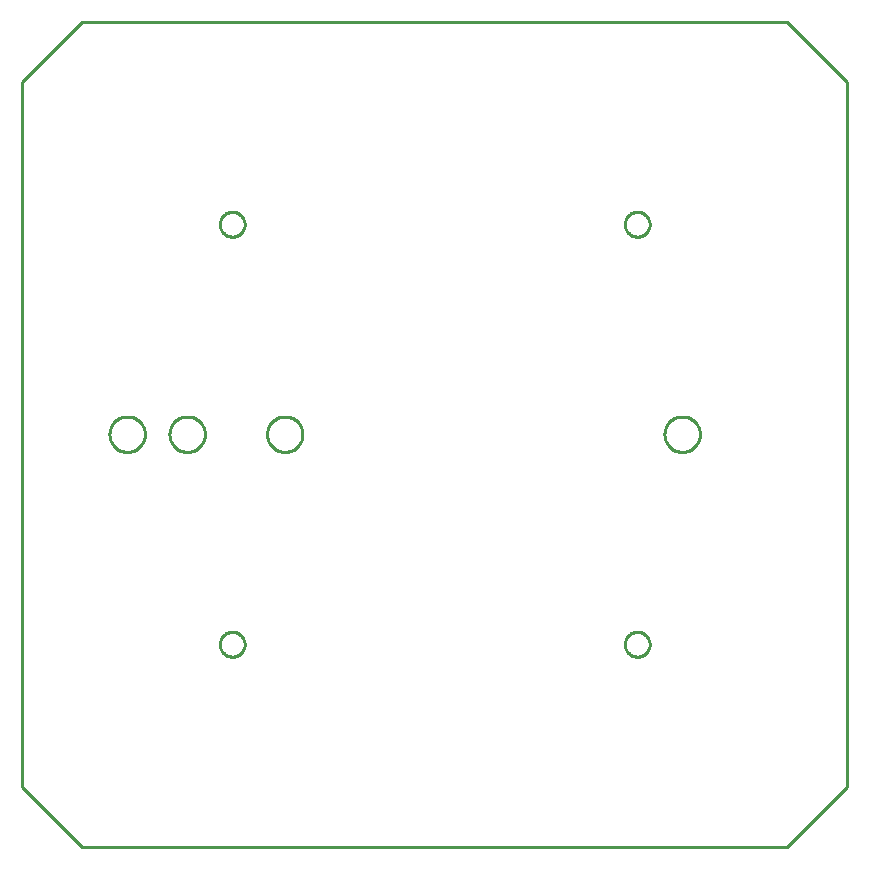
<source format=gbr>
G04 EAGLE Gerber X2 export*
%TF.Part,Single*%
%TF.FileFunction,Profile,NP*%
%TF.FilePolarity,Positive*%
%TF.GenerationSoftware,Autodesk,EAGLE,8.6.0*%
%TF.CreationDate,2018-05-27T13:22:00Z*%
G75*
%MOMM*%
%FSLAX34Y34*%
%LPD*%
%AMOC8*
5,1,8,0,0,1.08239X$1,22.5*%
G01*
%ADD10C,0.254000*%


D10*
X0Y50800D02*
X50800Y0D01*
X647700Y0D01*
X698500Y50800D01*
X698500Y647700D01*
X647700Y698500D01*
X50800Y698500D01*
X0Y647700D01*
X0Y50800D01*
X103900Y348714D02*
X103824Y347646D01*
X103671Y346585D01*
X103443Y345538D01*
X103141Y344510D01*
X102767Y343506D01*
X102322Y342531D01*
X101808Y341591D01*
X101229Y340690D01*
X100587Y339832D01*
X99885Y339022D01*
X99128Y338265D01*
X98318Y337563D01*
X97460Y336921D01*
X96559Y336342D01*
X95619Y335828D01*
X94644Y335383D01*
X93640Y335009D01*
X92612Y334707D01*
X91565Y334479D01*
X90504Y334326D01*
X89436Y334250D01*
X88364Y334250D01*
X87296Y334326D01*
X86235Y334479D01*
X85188Y334707D01*
X84160Y335009D01*
X83156Y335383D01*
X82181Y335828D01*
X81241Y336342D01*
X80340Y336921D01*
X79482Y337563D01*
X78672Y338265D01*
X77915Y339022D01*
X77213Y339832D01*
X76571Y340690D01*
X75992Y341591D01*
X75478Y342531D01*
X75033Y343506D01*
X74659Y344510D01*
X74357Y345538D01*
X74129Y346585D01*
X73976Y347646D01*
X73900Y348714D01*
X73900Y349786D01*
X73976Y350854D01*
X74129Y351915D01*
X74357Y352962D01*
X74659Y353990D01*
X75033Y354994D01*
X75478Y355969D01*
X75992Y356909D01*
X76571Y357810D01*
X77213Y358668D01*
X77915Y359478D01*
X78672Y360235D01*
X79482Y360937D01*
X80340Y361579D01*
X81241Y362158D01*
X82181Y362672D01*
X83156Y363117D01*
X84160Y363491D01*
X85188Y363793D01*
X86235Y364021D01*
X87296Y364174D01*
X88364Y364250D01*
X89436Y364250D01*
X90504Y364174D01*
X91565Y364021D01*
X92612Y363793D01*
X93640Y363491D01*
X94644Y363117D01*
X95619Y362672D01*
X96559Y362158D01*
X97460Y361579D01*
X98318Y360937D01*
X99128Y360235D01*
X99885Y359478D01*
X100587Y358668D01*
X101229Y357810D01*
X101808Y356909D01*
X102322Y355969D01*
X102767Y354994D01*
X103141Y353990D01*
X103443Y352962D01*
X103671Y351915D01*
X103824Y350854D01*
X103900Y349786D01*
X103900Y348714D01*
X237250Y348714D02*
X237174Y347646D01*
X237021Y346585D01*
X236793Y345538D01*
X236491Y344510D01*
X236117Y343506D01*
X235672Y342531D01*
X235158Y341591D01*
X234579Y340690D01*
X233937Y339832D01*
X233235Y339022D01*
X232478Y338265D01*
X231668Y337563D01*
X230810Y336921D01*
X229909Y336342D01*
X228969Y335828D01*
X227994Y335383D01*
X226990Y335009D01*
X225962Y334707D01*
X224915Y334479D01*
X223854Y334326D01*
X222786Y334250D01*
X221714Y334250D01*
X220646Y334326D01*
X219585Y334479D01*
X218538Y334707D01*
X217510Y335009D01*
X216506Y335383D01*
X215531Y335828D01*
X214591Y336342D01*
X213690Y336921D01*
X212832Y337563D01*
X212022Y338265D01*
X211265Y339022D01*
X210563Y339832D01*
X209921Y340690D01*
X209342Y341591D01*
X208828Y342531D01*
X208383Y343506D01*
X208009Y344510D01*
X207707Y345538D01*
X207479Y346585D01*
X207326Y347646D01*
X207250Y348714D01*
X207250Y349786D01*
X207326Y350854D01*
X207479Y351915D01*
X207707Y352962D01*
X208009Y353990D01*
X208383Y354994D01*
X208828Y355969D01*
X209342Y356909D01*
X209921Y357810D01*
X210563Y358668D01*
X211265Y359478D01*
X212022Y360235D01*
X212832Y360937D01*
X213690Y361579D01*
X214591Y362158D01*
X215531Y362672D01*
X216506Y363117D01*
X217510Y363491D01*
X218538Y363793D01*
X219585Y364021D01*
X220646Y364174D01*
X221714Y364250D01*
X222786Y364250D01*
X223854Y364174D01*
X224915Y364021D01*
X225962Y363793D01*
X226990Y363491D01*
X227994Y363117D01*
X228969Y362672D01*
X229909Y362158D01*
X230810Y361579D01*
X231668Y360937D01*
X232478Y360235D01*
X233235Y359478D01*
X233937Y358668D01*
X234579Y357810D01*
X235158Y356909D01*
X235672Y355969D01*
X236117Y354994D01*
X236491Y353990D01*
X236793Y352962D01*
X237021Y351915D01*
X237174Y350854D01*
X237250Y349786D01*
X237250Y348714D01*
X103900Y348714D02*
X103824Y347646D01*
X103671Y346585D01*
X103443Y345538D01*
X103141Y344510D01*
X102767Y343506D01*
X102322Y342531D01*
X101808Y341591D01*
X101229Y340690D01*
X100587Y339832D01*
X99885Y339022D01*
X99128Y338265D01*
X98318Y337563D01*
X97460Y336921D01*
X96559Y336342D01*
X95619Y335828D01*
X94644Y335383D01*
X93640Y335009D01*
X92612Y334707D01*
X91565Y334479D01*
X90504Y334326D01*
X89436Y334250D01*
X88364Y334250D01*
X87296Y334326D01*
X86235Y334479D01*
X85188Y334707D01*
X84160Y335009D01*
X83156Y335383D01*
X82181Y335828D01*
X81241Y336342D01*
X80340Y336921D01*
X79482Y337563D01*
X78672Y338265D01*
X77915Y339022D01*
X77213Y339832D01*
X76571Y340690D01*
X75992Y341591D01*
X75478Y342531D01*
X75033Y343506D01*
X74659Y344510D01*
X74357Y345538D01*
X74129Y346585D01*
X73976Y347646D01*
X73900Y348714D01*
X73900Y349786D01*
X73976Y350854D01*
X74129Y351915D01*
X74357Y352962D01*
X74659Y353990D01*
X75033Y354994D01*
X75478Y355969D01*
X75992Y356909D01*
X76571Y357810D01*
X77213Y358668D01*
X77915Y359478D01*
X78672Y360235D01*
X79482Y360937D01*
X80340Y361579D01*
X81241Y362158D01*
X82181Y362672D01*
X83156Y363117D01*
X84160Y363491D01*
X85188Y363793D01*
X86235Y364021D01*
X87296Y364174D01*
X88364Y364250D01*
X89436Y364250D01*
X90504Y364174D01*
X91565Y364021D01*
X92612Y363793D01*
X93640Y363491D01*
X94644Y363117D01*
X95619Y362672D01*
X96559Y362158D01*
X97460Y361579D01*
X98318Y360937D01*
X99128Y360235D01*
X99885Y359478D01*
X100587Y358668D01*
X101229Y357810D01*
X101808Y356909D01*
X102322Y355969D01*
X102767Y354994D01*
X103141Y353990D01*
X103443Y352962D01*
X103671Y351915D01*
X103824Y350854D01*
X103900Y349786D01*
X103900Y348714D01*
X237250Y348714D02*
X237174Y347646D01*
X237021Y346585D01*
X236793Y345538D01*
X236491Y344510D01*
X236117Y343506D01*
X235672Y342531D01*
X235158Y341591D01*
X234579Y340690D01*
X233937Y339832D01*
X233235Y339022D01*
X232478Y338265D01*
X231668Y337563D01*
X230810Y336921D01*
X229909Y336342D01*
X228969Y335828D01*
X227994Y335383D01*
X226990Y335009D01*
X225962Y334707D01*
X224915Y334479D01*
X223854Y334326D01*
X222786Y334250D01*
X221714Y334250D01*
X220646Y334326D01*
X219585Y334479D01*
X218538Y334707D01*
X217510Y335009D01*
X216506Y335383D01*
X215531Y335828D01*
X214591Y336342D01*
X213690Y336921D01*
X212832Y337563D01*
X212022Y338265D01*
X211265Y339022D01*
X210563Y339832D01*
X209921Y340690D01*
X209342Y341591D01*
X208828Y342531D01*
X208383Y343506D01*
X208009Y344510D01*
X207707Y345538D01*
X207479Y346585D01*
X207326Y347646D01*
X207250Y348714D01*
X207250Y349786D01*
X207326Y350854D01*
X207479Y351915D01*
X207707Y352962D01*
X208009Y353990D01*
X208383Y354994D01*
X208828Y355969D01*
X209342Y356909D01*
X209921Y357810D01*
X210563Y358668D01*
X211265Y359478D01*
X212022Y360235D01*
X212832Y360937D01*
X213690Y361579D01*
X214591Y362158D01*
X215531Y362672D01*
X216506Y363117D01*
X217510Y363491D01*
X218538Y363793D01*
X219585Y364021D01*
X220646Y364174D01*
X221714Y364250D01*
X222786Y364250D01*
X223854Y364174D01*
X224915Y364021D01*
X225962Y363793D01*
X226990Y363491D01*
X227994Y363117D01*
X228969Y362672D01*
X229909Y362158D01*
X230810Y361579D01*
X231668Y360937D01*
X232478Y360235D01*
X233235Y359478D01*
X233937Y358668D01*
X234579Y357810D01*
X235158Y356909D01*
X235672Y355969D01*
X236117Y354994D01*
X236491Y353990D01*
X236793Y352962D01*
X237021Y351915D01*
X237174Y350854D01*
X237250Y349786D01*
X237250Y348714D01*
X573800Y348714D02*
X573724Y347646D01*
X573571Y346585D01*
X573343Y345538D01*
X573041Y344510D01*
X572667Y343506D01*
X572222Y342531D01*
X571708Y341591D01*
X571129Y340690D01*
X570487Y339832D01*
X569785Y339022D01*
X569028Y338265D01*
X568218Y337563D01*
X567360Y336921D01*
X566459Y336342D01*
X565519Y335828D01*
X564544Y335383D01*
X563540Y335009D01*
X562512Y334707D01*
X561465Y334479D01*
X560404Y334326D01*
X559336Y334250D01*
X558264Y334250D01*
X557196Y334326D01*
X556135Y334479D01*
X555088Y334707D01*
X554060Y335009D01*
X553056Y335383D01*
X552081Y335828D01*
X551141Y336342D01*
X550240Y336921D01*
X549382Y337563D01*
X548572Y338265D01*
X547815Y339022D01*
X547113Y339832D01*
X546471Y340690D01*
X545892Y341591D01*
X545378Y342531D01*
X544933Y343506D01*
X544559Y344510D01*
X544257Y345538D01*
X544029Y346585D01*
X543876Y347646D01*
X543800Y348714D01*
X543800Y349786D01*
X543876Y350854D01*
X544029Y351915D01*
X544257Y352962D01*
X544559Y353990D01*
X544933Y354994D01*
X545378Y355969D01*
X545892Y356909D01*
X546471Y357810D01*
X547113Y358668D01*
X547815Y359478D01*
X548572Y360235D01*
X549382Y360937D01*
X550240Y361579D01*
X551141Y362158D01*
X552081Y362672D01*
X553056Y363117D01*
X554060Y363491D01*
X555088Y363793D01*
X556135Y364021D01*
X557196Y364174D01*
X558264Y364250D01*
X559336Y364250D01*
X560404Y364174D01*
X561465Y364021D01*
X562512Y363793D01*
X563540Y363491D01*
X564544Y363117D01*
X565519Y362672D01*
X566459Y362158D01*
X567360Y361579D01*
X568218Y360937D01*
X569028Y360235D01*
X569785Y359478D01*
X570487Y358668D01*
X571129Y357810D01*
X571708Y356909D01*
X572222Y355969D01*
X572667Y354994D01*
X573041Y353990D01*
X573343Y352962D01*
X573571Y351915D01*
X573724Y350854D01*
X573800Y349786D01*
X573800Y348714D01*
X154700Y348714D02*
X154624Y347646D01*
X154471Y346585D01*
X154243Y345538D01*
X153941Y344510D01*
X153567Y343506D01*
X153122Y342531D01*
X152608Y341591D01*
X152029Y340690D01*
X151387Y339832D01*
X150685Y339022D01*
X149928Y338265D01*
X149118Y337563D01*
X148260Y336921D01*
X147359Y336342D01*
X146419Y335828D01*
X145444Y335383D01*
X144440Y335009D01*
X143412Y334707D01*
X142365Y334479D01*
X141304Y334326D01*
X140236Y334250D01*
X139164Y334250D01*
X138096Y334326D01*
X137035Y334479D01*
X135988Y334707D01*
X134960Y335009D01*
X133956Y335383D01*
X132981Y335828D01*
X132041Y336342D01*
X131140Y336921D01*
X130282Y337563D01*
X129472Y338265D01*
X128715Y339022D01*
X128013Y339832D01*
X127371Y340690D01*
X126792Y341591D01*
X126278Y342531D01*
X125833Y343506D01*
X125459Y344510D01*
X125157Y345538D01*
X124929Y346585D01*
X124776Y347646D01*
X124700Y348714D01*
X124700Y349786D01*
X124776Y350854D01*
X124929Y351915D01*
X125157Y352962D01*
X125459Y353990D01*
X125833Y354994D01*
X126278Y355969D01*
X126792Y356909D01*
X127371Y357810D01*
X128013Y358668D01*
X128715Y359478D01*
X129472Y360235D01*
X130282Y360937D01*
X131140Y361579D01*
X132041Y362158D01*
X132981Y362672D01*
X133956Y363117D01*
X134960Y363491D01*
X135988Y363793D01*
X137035Y364021D01*
X138096Y364174D01*
X139164Y364250D01*
X140236Y364250D01*
X141304Y364174D01*
X142365Y364021D01*
X143412Y363793D01*
X144440Y363491D01*
X145444Y363117D01*
X146419Y362672D01*
X147359Y362158D01*
X148260Y361579D01*
X149118Y360937D01*
X149928Y360235D01*
X150685Y359478D01*
X151387Y358668D01*
X152029Y357810D01*
X152608Y356909D01*
X153122Y355969D01*
X153567Y354994D01*
X153941Y353990D01*
X154243Y352962D01*
X154471Y351915D01*
X154624Y350854D01*
X154700Y349786D01*
X154700Y348714D01*
X520287Y516550D02*
X519465Y516615D01*
X518650Y516744D01*
X517848Y516936D01*
X517063Y517191D01*
X516301Y517507D01*
X515566Y517882D01*
X514862Y518313D01*
X514195Y518798D01*
X513567Y519334D01*
X512984Y519917D01*
X512448Y520545D01*
X511963Y521212D01*
X511532Y521916D01*
X511157Y522651D01*
X510841Y523413D01*
X510586Y524198D01*
X510394Y525000D01*
X510265Y525815D01*
X510200Y526637D01*
X510200Y527463D01*
X510265Y528285D01*
X510394Y529100D01*
X510586Y529902D01*
X510841Y530687D01*
X511157Y531449D01*
X511532Y532184D01*
X511963Y532888D01*
X512448Y533556D01*
X512984Y534183D01*
X513567Y534766D01*
X514195Y535302D01*
X514862Y535787D01*
X515566Y536218D01*
X516301Y536593D01*
X517063Y536909D01*
X517848Y537164D01*
X518650Y537356D01*
X519465Y537485D01*
X520287Y537550D01*
X521113Y537550D01*
X521935Y537485D01*
X522750Y537356D01*
X523552Y537164D01*
X524337Y536909D01*
X525099Y536593D01*
X525834Y536218D01*
X526538Y535787D01*
X527206Y535302D01*
X527833Y534766D01*
X528416Y534183D01*
X528952Y533556D01*
X529437Y532888D01*
X529868Y532184D01*
X530243Y531449D01*
X530559Y530687D01*
X530814Y529902D01*
X531006Y529100D01*
X531135Y528285D01*
X531200Y527463D01*
X531200Y526637D01*
X531135Y525815D01*
X531006Y525000D01*
X530814Y524198D01*
X530559Y523413D01*
X530243Y522651D01*
X529868Y521916D01*
X529437Y521212D01*
X528952Y520545D01*
X528416Y519917D01*
X527833Y519334D01*
X527206Y518798D01*
X526538Y518313D01*
X525834Y517882D01*
X525099Y517507D01*
X524337Y517191D01*
X523552Y516936D01*
X522750Y516744D01*
X521935Y516615D01*
X521113Y516550D01*
X520287Y516550D01*
X177387Y516550D02*
X176565Y516615D01*
X175750Y516744D01*
X174948Y516936D01*
X174163Y517191D01*
X173401Y517507D01*
X172666Y517882D01*
X171962Y518313D01*
X171295Y518798D01*
X170667Y519334D01*
X170084Y519917D01*
X169548Y520545D01*
X169063Y521212D01*
X168632Y521916D01*
X168257Y522651D01*
X167941Y523413D01*
X167686Y524198D01*
X167494Y525000D01*
X167365Y525815D01*
X167300Y526637D01*
X167300Y527463D01*
X167365Y528285D01*
X167494Y529100D01*
X167686Y529902D01*
X167941Y530687D01*
X168257Y531449D01*
X168632Y532184D01*
X169063Y532888D01*
X169548Y533556D01*
X170084Y534183D01*
X170667Y534766D01*
X171295Y535302D01*
X171962Y535787D01*
X172666Y536218D01*
X173401Y536593D01*
X174163Y536909D01*
X174948Y537164D01*
X175750Y537356D01*
X176565Y537485D01*
X177387Y537550D01*
X178213Y537550D01*
X179035Y537485D01*
X179850Y537356D01*
X180652Y537164D01*
X181437Y536909D01*
X182199Y536593D01*
X182934Y536218D01*
X183638Y535787D01*
X184306Y535302D01*
X184933Y534766D01*
X185516Y534183D01*
X186052Y533556D01*
X186537Y532888D01*
X186968Y532184D01*
X187343Y531449D01*
X187659Y530687D01*
X187914Y529902D01*
X188106Y529100D01*
X188235Y528285D01*
X188300Y527463D01*
X188300Y526637D01*
X188235Y525815D01*
X188106Y525000D01*
X187914Y524198D01*
X187659Y523413D01*
X187343Y522651D01*
X186968Y521916D01*
X186537Y521212D01*
X186052Y520545D01*
X185516Y519917D01*
X184933Y519334D01*
X184306Y518798D01*
X183638Y518313D01*
X182934Y517882D01*
X182199Y517507D01*
X181437Y517191D01*
X180652Y516936D01*
X179850Y516744D01*
X179035Y516615D01*
X178213Y516550D01*
X177387Y516550D01*
X521113Y181950D02*
X521935Y181885D01*
X522750Y181756D01*
X523552Y181564D01*
X524337Y181309D01*
X525099Y180993D01*
X525834Y180618D01*
X526538Y180187D01*
X527206Y179702D01*
X527833Y179166D01*
X528416Y178583D01*
X528952Y177956D01*
X529437Y177288D01*
X529868Y176584D01*
X530243Y175849D01*
X530559Y175087D01*
X530814Y174302D01*
X531006Y173500D01*
X531135Y172685D01*
X531200Y171863D01*
X531200Y171037D01*
X531135Y170215D01*
X531006Y169400D01*
X530814Y168598D01*
X530559Y167813D01*
X530243Y167051D01*
X529868Y166316D01*
X529437Y165612D01*
X528952Y164945D01*
X528416Y164317D01*
X527833Y163734D01*
X527206Y163198D01*
X526538Y162713D01*
X525834Y162282D01*
X525099Y161907D01*
X524337Y161591D01*
X523552Y161336D01*
X522750Y161144D01*
X521935Y161015D01*
X521113Y160950D01*
X520287Y160950D01*
X519465Y161015D01*
X518650Y161144D01*
X517848Y161336D01*
X517063Y161591D01*
X516301Y161907D01*
X515566Y162282D01*
X514862Y162713D01*
X514195Y163198D01*
X513567Y163734D01*
X512984Y164317D01*
X512448Y164945D01*
X511963Y165612D01*
X511532Y166316D01*
X511157Y167051D01*
X510841Y167813D01*
X510586Y168598D01*
X510394Y169400D01*
X510265Y170215D01*
X510200Y171037D01*
X510200Y171863D01*
X510265Y172685D01*
X510394Y173500D01*
X510586Y174302D01*
X510841Y175087D01*
X511157Y175849D01*
X511532Y176584D01*
X511963Y177288D01*
X512448Y177956D01*
X512984Y178583D01*
X513567Y179166D01*
X514195Y179702D01*
X514862Y180187D01*
X515566Y180618D01*
X516301Y180993D01*
X517063Y181309D01*
X517848Y181564D01*
X518650Y181756D01*
X519465Y181885D01*
X520287Y181950D01*
X521113Y181950D01*
X178213Y181950D02*
X179035Y181885D01*
X179850Y181756D01*
X180652Y181564D01*
X181437Y181309D01*
X182199Y180993D01*
X182934Y180618D01*
X183638Y180187D01*
X184306Y179702D01*
X184933Y179166D01*
X185516Y178583D01*
X186052Y177956D01*
X186537Y177288D01*
X186968Y176584D01*
X187343Y175849D01*
X187659Y175087D01*
X187914Y174302D01*
X188106Y173500D01*
X188235Y172685D01*
X188300Y171863D01*
X188300Y171037D01*
X188235Y170215D01*
X188106Y169400D01*
X187914Y168598D01*
X187659Y167813D01*
X187343Y167051D01*
X186968Y166316D01*
X186537Y165612D01*
X186052Y164945D01*
X185516Y164317D01*
X184933Y163734D01*
X184306Y163198D01*
X183638Y162713D01*
X182934Y162282D01*
X182199Y161907D01*
X181437Y161591D01*
X180652Y161336D01*
X179850Y161144D01*
X179035Y161015D01*
X178213Y160950D01*
X177387Y160950D01*
X176565Y161015D01*
X175750Y161144D01*
X174948Y161336D01*
X174163Y161591D01*
X173401Y161907D01*
X172666Y162282D01*
X171962Y162713D01*
X171295Y163198D01*
X170667Y163734D01*
X170084Y164317D01*
X169548Y164945D01*
X169063Y165612D01*
X168632Y166316D01*
X168257Y167051D01*
X167941Y167813D01*
X167686Y168598D01*
X167494Y169400D01*
X167365Y170215D01*
X167300Y171037D01*
X167300Y171863D01*
X167365Y172685D01*
X167494Y173500D01*
X167686Y174302D01*
X167941Y175087D01*
X168257Y175849D01*
X168632Y176584D01*
X169063Y177288D01*
X169548Y177956D01*
X170084Y178583D01*
X170667Y179166D01*
X171295Y179702D01*
X171962Y180187D01*
X172666Y180618D01*
X173401Y180993D01*
X174163Y181309D01*
X174948Y181564D01*
X175750Y181756D01*
X176565Y181885D01*
X177387Y181950D01*
X178213Y181950D01*
M02*

</source>
